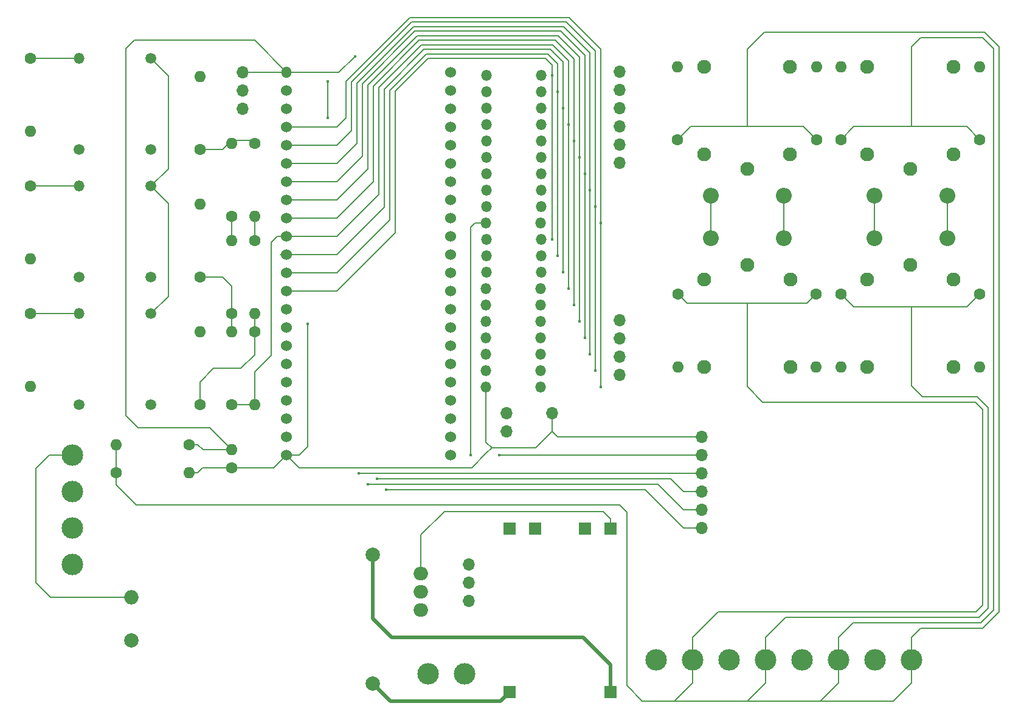
<source format=gbr>
%TF.GenerationSoftware,KiCad,Pcbnew,7.0.10*%
%TF.CreationDate,2024-04-01T07:53:45-03:00*%
%TF.ProjectId,board,626f6172-642e-46b6-9963-61645f706362,4.6*%
%TF.SameCoordinates,Original*%
%TF.FileFunction,Copper,L2,Bot*%
%TF.FilePolarity,Positive*%
%FSLAX46Y46*%
G04 Gerber Fmt 4.6, Leading zero omitted, Abs format (unit mm)*
G04 Created by KiCad (PCBNEW 7.0.10) date 2024-04-01 07:53:45*
%MOMM*%
%LPD*%
G01*
G04 APERTURE LIST*
%TA.AperFunction,ComponentPad*%
%ADD10C,1.600000*%
%TD*%
%TA.AperFunction,ComponentPad*%
%ADD11O,1.600000X1.600000*%
%TD*%
%TA.AperFunction,ComponentPad*%
%ADD12O,3.000000X3.000000*%
%TD*%
%TA.AperFunction,ComponentPad*%
%ADD13C,3.000000*%
%TD*%
%TA.AperFunction,ComponentPad*%
%ADD14C,1.950000*%
%TD*%
%TA.AperFunction,ComponentPad*%
%ADD15O,1.700000X1.700000*%
%TD*%
%TA.AperFunction,ComponentPad*%
%ADD16O,1.500000X1.500000*%
%TD*%
%TA.AperFunction,ComponentPad*%
%ADD17O,1.508000X1.508000*%
%TD*%
%TA.AperFunction,ComponentPad*%
%ADD18C,1.508000*%
%TD*%
%TA.AperFunction,ComponentPad*%
%ADD19R,1.676400X1.676400*%
%TD*%
%TA.AperFunction,ComponentPad*%
%ADD20O,2.000000X2.000000*%
%TD*%
%TA.AperFunction,ComponentPad*%
%ADD21C,2.000000*%
%TD*%
%TA.AperFunction,ComponentPad*%
%ADD22O,2.200000X2.200000*%
%TD*%
%TA.AperFunction,ComponentPad*%
%ADD23O,1.530000X1.530000*%
%TD*%
%TA.AperFunction,ComponentPad*%
%ADD24C,1.530000*%
%TD*%
%TA.AperFunction,ComponentPad*%
%ADD25O,2.000000X1.905000*%
%TD*%
%TA.AperFunction,ViaPad*%
%ADD26C,0.400000*%
%TD*%
%TA.AperFunction,Conductor*%
%ADD27C,0.200000*%
%TD*%
%TA.AperFunction,Conductor*%
%ADD28C,0.500000*%
%TD*%
G04 APERTURE END LIST*
D10*
%TO.P,R21,1*%
%TO.N,TC A-1*%
X191624700Y-79019400D03*
D11*
%TO.P,R21,2*%
%TO.N,Net-(K3-PadNO)*%
X191624700Y-89179400D03*
%TD*%
D12*
%TO.P,J6,1,Pin_1*%
%TO.N,C Cwave*%
X176022000Y-130048000D03*
D13*
%TO.P,J6,2,Pin_2*%
%TO.N,TC A-1*%
X181102000Y-130048000D03*
%TD*%
D14*
%TO.P,K2,COIL1*%
%TO.N,Select C Level*%
X195307700Y-59571000D03*
%TO.P,K2,COIL2*%
%TO.N,GND*%
X207307700Y-59571000D03*
%TO.P,K2,COM*%
%TO.N,B Cwave*%
X201307700Y-61571000D03*
%TO.P,K2,NC*%
%TO.N,Net-(K2-PadNC)*%
X195307700Y-47371000D03*
%TO.P,K2,NO*%
%TO.N,Net-(K2-PadNO)*%
X207307700Y-47371000D03*
%TD*%
D10*
%TO.P,R15,1*%
%TO.N,TC A-1*%
X168879000Y-57531000D03*
D11*
%TO.P,R15,2*%
%TO.N,Net-(K1-PadNC)*%
X168879000Y-47371000D03*
%TD*%
D14*
%TO.P,K4,COIL1*%
%TO.N,GND*%
X184601600Y-76979400D03*
%TO.P,K4,COIL2*%
%TO.N,Select C Level*%
X172601600Y-76979400D03*
%TO.P,K4,COM*%
%TO.N,N Cwave*%
X178601600Y-74979400D03*
%TO.P,K4,NC*%
%TO.N,Net-(K4-PadNC)*%
X184601600Y-89179400D03*
%TO.P,K4,NO*%
%TO.N,Net-(K4-PadNO)*%
X172601600Y-89179400D03*
%TD*%
D15*
%TO.P,P1,1,Pin_1*%
%TO.N,GND*%
X151384000Y-95631000D03*
%TD*%
D10*
%TO.P,R10,1*%
%TO.N,B Vwave*%
X106807000Y-81788000D03*
D11*
%TO.P,R10,2*%
%TO.N,AB Vwave*%
X106807000Y-71628000D03*
%TD*%
D10*
%TO.P,R22,1*%
%TO.N,TC A-1*%
X168929800Y-79019400D03*
D11*
%TO.P,R22,2*%
%TO.N,Net-(K4-PadNO)*%
X168929800Y-89179400D03*
%TD*%
D10*
%TO.P,R5,1*%
%TO.N,Net-(R5-Pad1)*%
X78740000Y-81788000D03*
D11*
%TO.P,R5,2*%
%TO.N,Line C*%
X78740000Y-91948000D03*
%TD*%
D16*
%TO.P,DZ5,1,K*%
%TO.N,Vcc*%
X142245000Y-53162200D03*
%TO.P,DZ5,2,A*%
%TO.N,A Vwave*%
X149865000Y-53162200D03*
%TD*%
D15*
%TO.P,P2,1,Pin_1*%
%TO.N,UART TX*%
X145034000Y-95631000D03*
%TO.P,P2,2,Pin_2*%
%TO.N,UART RX*%
X145034000Y-98171000D03*
%TD*%
D17*
%TO.P,T1,1*%
%TO.N,Net-(R3-Pad1)*%
X85551000Y-46228000D03*
D18*
%TO.P,T1,2*%
%TO.N,Neutral*%
X85551000Y-58928000D03*
%TO.P,T1,3*%
%TO.N,A Vwave*%
X95551000Y-58928000D03*
%TO.P,T1,4*%
%TO.N,TC A-1*%
X95551000Y-46228000D03*
%TD*%
D10*
%TO.P,R8,1*%
%TO.N,C Vwave*%
X102362000Y-94488000D03*
D11*
%TO.P,R8,2*%
%TO.N,TC A-1*%
X102362000Y-84328000D03*
%TD*%
D19*
%TO.P,U1,B+,B+*%
%TO.N,Battery +*%
X149027000Y-111743000D03*
%TO.P,U1,B-,B-*%
%TO.N,Battery -*%
X156027000Y-111743000D03*
%TO.P,U1,IN+,IN+*%
%TO.N,Net-(PS1-+Vout)*%
X145527000Y-134493000D03*
%TO.P,U1,IN-,IN-*%
%TO.N,Net-(PS1--Vout)*%
X159527000Y-134493000D03*
%TO.P,U1,OUT+,OUT+*%
%TO.N,Vin*%
X145527000Y-111743000D03*
%TO.P,U1,OUT-,OUT-*%
%TO.N,GND*%
X159527000Y-111743000D03*
%TD*%
D15*
%TO.P,P3,1,Pin_1*%
%TO.N,A Cwave*%
X160782000Y-82677000D03*
%TO.P,P3,2,Pin_2*%
%TO.N,B Cwave*%
X160782000Y-85217000D03*
%TO.P,P3,3,Pin_3*%
%TO.N,C Cwave*%
X160782000Y-87757000D03*
%TO.P,P3,4,Pin_4*%
%TO.N,N Cwave*%
X160782000Y-90297000D03*
%TD*%
D10*
%TO.P,R20,1*%
%TO.N,TC A-1*%
X210979500Y-57531000D03*
D11*
%TO.P,R20,2*%
%TO.N,Net-(K2-PadNO)*%
X210979500Y-47371000D03*
%TD*%
D16*
%TO.P,DZ13,1,K*%
%TO.N,Vcc*%
X142250000Y-62306200D03*
%TO.P,DZ13,2,A*%
%TO.N,A Cwave*%
X149870000Y-62306200D03*
%TD*%
%TO.P,DZ4,1,K*%
%TO.N,B Vwave*%
X149860000Y-73736200D03*
%TO.P,DZ4,2,A*%
%TO.N,GND*%
X142240000Y-73736200D03*
%TD*%
%TO.P,DZ9,1,K*%
%TO.N,Vcc*%
X142255000Y-57734200D03*
%TO.P,DZ9,2,A*%
%TO.N,AB Vwave*%
X149875000Y-57734200D03*
%TD*%
%TO.P,DZ1,1,K*%
%TO.N,Vcc*%
X142245000Y-48590200D03*
%TO.P,DZ1,2,A*%
%TO.N,C Vwave*%
X149865000Y-48590200D03*
%TD*%
D10*
%TO.P,R11,1*%
%TO.N,BC Vwave*%
X106807000Y-94488000D03*
D11*
%TO.P,R11,2*%
%TO.N,B Vwave*%
X106807000Y-84328000D03*
%TD*%
%TO.P,C1,1*%
%TO.N,Vcc*%
X106807000Y-100751000D03*
D10*
%TO.P,C1,2*%
%TO.N,GND*%
X106807000Y-103251000D03*
%TD*%
D16*
%TO.P,DZ12,1,K*%
%TO.N,CA Vwave*%
X149845000Y-82880200D03*
%TO.P,DZ12,2,A*%
%TO.N,GND*%
X142225000Y-82880200D03*
%TD*%
D10*
%TO.P,R19,1*%
%TO.N,TC A-1*%
X188233800Y-57531000D03*
D11*
%TO.P,R19,2*%
%TO.N,Net-(K1-PadNO)*%
X188233800Y-47371000D03*
%TD*%
D10*
%TO.P,R1,1*%
%TO.N,Vcc*%
X100838000Y-100028379D03*
D11*
%TO.P,R1,2*%
%TO.N,TC A-1*%
X90678000Y-100028379D03*
%TD*%
D12*
%TO.P,J3,1,Pin_1*%
%TO.N,Line A*%
X84582000Y-101473000D03*
D13*
%TO.P,J3,2,Pin_2*%
%TO.N,Line B*%
X84582000Y-106553000D03*
%TD*%
D10*
%TO.P,R2,1*%
%TO.N,TC A-1*%
X90678000Y-103925999D03*
D11*
%TO.P,R2,2*%
%TO.N,GND*%
X100838000Y-103925999D03*
%TD*%
D16*
%TO.P,DZ8,1,K*%
%TO.N,BC Vwave*%
X149850000Y-78308200D03*
%TO.P,DZ8,2,A*%
%TO.N,GND*%
X142230000Y-78308200D03*
%TD*%
D10*
%TO.P,R9,1*%
%TO.N,AB Vwave*%
X106807000Y-68199000D03*
D11*
%TO.P,R9,2*%
%TO.N,A Vwave*%
X106807000Y-58039000D03*
%TD*%
D16*
%TO.P,DZ3,1,K*%
%TO.N,Vcc*%
X142245000Y-50876200D03*
%TO.P,DZ3,2,A*%
%TO.N,B Vwave*%
X149865000Y-50876200D03*
%TD*%
D17*
%TO.P,T2,1*%
%TO.N,Net-(R4-Pad1)*%
X85551000Y-64008000D03*
D18*
%TO.P,T2,2*%
%TO.N,Neutral*%
X85551000Y-76708000D03*
%TO.P,T2,3*%
%TO.N,B Vwave*%
X95551000Y-76708000D03*
%TO.P,T2,4*%
%TO.N,TC A-1*%
X95551000Y-64008000D03*
%TD*%
D16*
%TO.P,DZ17,1,K*%
%TO.N,Vcc*%
X142240000Y-66878200D03*
%TO.P,DZ17,2,A*%
%TO.N,C Cwave*%
X149860000Y-66878200D03*
%TD*%
D15*
%TO.P,SW2,1,A*%
%TO.N,Vcc*%
X108331000Y-48133000D03*
%TO.P,SW2,2,B*%
%TO.N,System Type*%
X108331000Y-50673000D03*
%TO.P,SW2,3,C*%
%TO.N,GND*%
X108331000Y-53213000D03*
%TD*%
D20*
%TO.P,PS1,1,AC/L*%
%TO.N,Line A*%
X92837000Y-121333000D03*
D21*
%TO.P,PS1,2,AC/N*%
%TO.N,Neutral*%
X92837000Y-127333000D03*
%TO.P,PS1,3,-Vout*%
%TO.N,Net-(PS1--Vout)*%
X126437000Y-115333000D03*
%TO.P,PS1,4,+Vout*%
%TO.N,Net-(PS1-+Vout)*%
X126437000Y-133333000D03*
%TD*%
D16*
%TO.P,DZ14,1,K*%
%TO.N,A Cwave*%
X149850000Y-85166200D03*
%TO.P,DZ14,2,A*%
%TO.N,GND*%
X142230000Y-85166200D03*
%TD*%
%TO.P,DZ2,1,K*%
%TO.N,C Vwave*%
X149865000Y-71450200D03*
%TO.P,DZ2,2,A*%
%TO.N,GND*%
X142245000Y-71450200D03*
%TD*%
%TO.P,DZ19,1,K*%
%TO.N,Vcc*%
X142230000Y-69164200D03*
%TO.P,DZ19,2,A*%
%TO.N,N Cwave*%
X149850000Y-69164200D03*
%TD*%
D12*
%TO.P,J4,1,Pin_1*%
%TO.N,A Cwave*%
X196342000Y-130048000D03*
D13*
%TO.P,J4,2,Pin_2*%
%TO.N,TC A-1*%
X201422000Y-130048000D03*
%TD*%
D22*
%TO.P,D4,1,K*%
%TO.N,Select C Level*%
X173552000Y-71247000D03*
%TO.P,D4,2,A*%
%TO.N,GND*%
X183712000Y-71247000D03*
%TD*%
D10*
%TO.P,R3,1*%
%TO.N,Net-(R3-Pad1)*%
X78740000Y-46228000D03*
D11*
%TO.P,R3,2*%
%TO.N,Line A*%
X78740000Y-56388000D03*
%TD*%
D16*
%TO.P,DZ11,1,K*%
%TO.N,Vcc*%
X142245000Y-60020200D03*
%TO.P,DZ11,2,A*%
%TO.N,CA Vwave*%
X149865000Y-60020200D03*
%TD*%
%TO.P,DZ7,1,K*%
%TO.N,Vcc*%
X142245000Y-55448200D03*
%TO.P,DZ7,2,A*%
%TO.N,BC Vwave*%
X149865000Y-55448200D03*
%TD*%
D22*
%TO.P,D2,1,K*%
%TO.N,Select C Level*%
X196298300Y-65303400D03*
%TO.P,D2,2,A*%
%TO.N,GND*%
X206458300Y-65303400D03*
%TD*%
D12*
%TO.P,J7,1,Pin_1*%
%TO.N,N Cwave*%
X165862000Y-130048000D03*
D13*
%TO.P,J7,2,Pin_2*%
%TO.N,TC A-1*%
X170942000Y-130048000D03*
%TD*%
D22*
%TO.P,D3,1,K*%
%TO.N,Select C Level*%
X196302000Y-71247000D03*
%TO.P,D3,2,A*%
%TO.N,GND*%
X206462000Y-71247000D03*
%TD*%
D10*
%TO.P,R7,1*%
%TO.N,B Vwave*%
X102362000Y-76708000D03*
D11*
%TO.P,R7,2*%
%TO.N,TC A-1*%
X102362000Y-66548000D03*
%TD*%
D14*
%TO.P,K1,COIL1*%
%TO.N,Select C Level*%
X172562000Y-59571000D03*
%TO.P,K1,COIL2*%
%TO.N,GND*%
X184562000Y-59571000D03*
%TO.P,K1,COM*%
%TO.N,A Cwave*%
X178562000Y-61571000D03*
%TO.P,K1,NC*%
%TO.N,Net-(K1-PadNC)*%
X172562000Y-47371000D03*
%TO.P,K1,NO*%
%TO.N,Net-(K1-PadNO)*%
X184562000Y-47371000D03*
%TD*%
D10*
%TO.P,R12,1*%
%TO.N,C Vwave*%
X109982000Y-84328000D03*
D11*
%TO.P,R12,2*%
%TO.N,BC Vwave*%
X109982000Y-94488000D03*
%TD*%
D16*
%TO.P,DZ16,1,K*%
%TO.N,B Cwave*%
X149850000Y-87452200D03*
%TO.P,DZ16,2,A*%
%TO.N,GND*%
X142230000Y-87452200D03*
%TD*%
%TO.P,DZ18,1,K*%
%TO.N,C Cwave*%
X149850000Y-89738200D03*
%TO.P,DZ18,2,A*%
%TO.N,GND*%
X142230000Y-89738200D03*
%TD*%
D10*
%TO.P,R17,1*%
%TO.N,TC A-1*%
X210979500Y-79019400D03*
D11*
%TO.P,R17,2*%
%TO.N,Net-(K3-PadNC)*%
X210979500Y-89179400D03*
%TD*%
D10*
%TO.P,R13,1*%
%TO.N,CA Vwave*%
X109982000Y-71628000D03*
D11*
%TO.P,R13,2*%
%TO.N,C Vwave*%
X109982000Y-81788000D03*
%TD*%
D10*
%TO.P,R4,1*%
%TO.N,Net-(R4-Pad1)*%
X78740000Y-64008000D03*
D11*
%TO.P,R4,2*%
%TO.N,Line B*%
X78740000Y-74168000D03*
%TD*%
D10*
%TO.P,R14,1*%
%TO.N,A Vwave*%
X109982000Y-58039000D03*
D11*
%TO.P,R14,2*%
%TO.N,CA Vwave*%
X109982000Y-68199000D03*
%TD*%
D12*
%TO.P,J2,1,Pin_1*%
%TO.N,Line C*%
X84582000Y-111633000D03*
D13*
%TO.P,J2,2,Pin_2*%
%TO.N,Neutral*%
X84582000Y-116713000D03*
%TD*%
D15*
%TO.P,P4,1,Pin_1*%
%TO.N,C Vwave*%
X160782000Y-48083000D03*
%TO.P,P4,2,Pin_2*%
%TO.N,B Vwave*%
X160782000Y-50623000D03*
%TO.P,P4,3,Pin_3*%
%TO.N,A Vwave*%
X160782000Y-53163000D03*
%TO.P,P4,4,Pin_4*%
%TO.N,BC Vwave*%
X160782000Y-55703000D03*
%TO.P,P4,5,Pin_5*%
%TO.N,AB Vwave*%
X160782000Y-58243000D03*
%TO.P,P4,6,Pin_6*%
%TO.N,CA Vwave*%
X160782000Y-60783000D03*
%TD*%
D16*
%TO.P,DZ6,1,K*%
%TO.N,A Vwave*%
X149860000Y-76022200D03*
%TO.P,DZ6,2,A*%
%TO.N,GND*%
X142240000Y-76022200D03*
%TD*%
%TO.P,DZ10,1,K*%
%TO.N,AB Vwave*%
X149850000Y-80594200D03*
%TO.P,DZ10,2,A*%
%TO.N,GND*%
X142230000Y-80594200D03*
%TD*%
%TO.P,DZ20,1,K*%
%TO.N,N Cwave*%
X149850000Y-92024200D03*
%TO.P,DZ20,2,A*%
%TO.N,GND*%
X142230000Y-92024200D03*
%TD*%
D23*
%TO.P,MCU1,J1_1,3V3*%
%TO.N,Vcc*%
X114427000Y-48133000D03*
D24*
%TO.P,MCU1,J1_2,3V3__1*%
%TO.N,unconnected-(MCU1-3V3__1-PadJ1_2)*%
X114427000Y-50673000D03*
%TO.P,MCU1,J1_3,RST*%
%TO.N,unconnected-(MCU1-RST-PadJ1_3)*%
X114427000Y-53213000D03*
%TO.P,MCU1,J1_4,GPIO4*%
%TO.N,N Cwave*%
X114427000Y-55753000D03*
%TO.P,MCU1,J1_5,GPIO5*%
%TO.N,C Cwave*%
X114427000Y-58293000D03*
%TO.P,MCU1,J1_6,GPIO6*%
%TO.N,B Cwave*%
X114427000Y-60833000D03*
%TO.P,MCU1,J1_7,GPIO7*%
%TO.N,A Cwave*%
X114427000Y-63373000D03*
%TO.P,MCU1,J1_8,GPIO15*%
%TO.N,CA Vwave*%
X114427000Y-65913000D03*
%TO.P,MCU1,J1_9,GPIO16*%
%TO.N,AB Vwave*%
X114427000Y-68453000D03*
%TO.P,MCU1,J1_10,GPIO17*%
%TO.N,BC Vwave*%
X114427000Y-70993000D03*
%TO.P,MCU1,J1_11,GPIO18*%
%TO.N,A Vwave*%
X114427000Y-73533000D03*
%TO.P,MCU1,J1_12,GPIO8*%
%TO.N,B Vwave*%
X114427000Y-76073000D03*
%TO.P,MCU1,J1_13,GPIO3*%
%TO.N,C Vwave*%
X114427000Y-78613000D03*
%TO.P,MCU1,J1_14,GPIO46*%
%TO.N,unconnected-(MCU1-GPIO46-PadJ1_14)*%
X114427000Y-81153000D03*
%TO.P,MCU1,J1_15,GPIO9*%
%TO.N,unconnected-(MCU1-GPIO9-PadJ1_15)*%
X114427000Y-83693000D03*
%TO.P,MCU1,J1_16,GPIO10*%
%TO.N,CS*%
X114427000Y-86233000D03*
%TO.P,MCU1,J1_17,GPIO11*%
%TO.N,MOSI*%
X114427000Y-88773000D03*
%TO.P,MCU1,J1_18,GPIO12*%
%TO.N,SCK*%
X114427000Y-91313000D03*
%TO.P,MCU1,J1_19,GPIO13*%
%TO.N,MISO*%
X114427000Y-93853000D03*
%TO.P,MCU1,J1_20,GPIO14*%
%TO.N,unconnected-(MCU1-GPIO14-PadJ1_20)*%
X114427000Y-96393000D03*
%TO.P,MCU1,J1_21,5V0*%
%TO.N,unconnected-(MCU1-5V0-PadJ1_21)*%
X114427000Y-98933000D03*
%TO.P,MCU1,J1_22,GND*%
%TO.N,GND*%
X114427000Y-101473000D03*
%TO.P,MCU1,J3_1,GND__1*%
%TO.N,unconnected-(MCU1-GND__1-PadJ3_1)*%
X137287000Y-48133000D03*
%TO.P,MCU1,J3_2,U0TXD/GPIO43*%
%TO.N,UART TX*%
X137287000Y-50673000D03*
%TO.P,MCU1,J3_3,U0RXD/GPIO44*%
%TO.N,UART RX*%
X137287000Y-53213000D03*
%TO.P,MCU1,J3_4,GPIO1*%
%TO.N,System Type*%
X137287000Y-55753000D03*
%TO.P,MCU1,J3_5,GPIO2*%
%TO.N,Select C Level*%
X137287000Y-58293000D03*
%TO.P,MCU1,J3_6,MTMS/GPIO42*%
%TO.N,unconnected-(MCU1-MTMS{slash}GPIO42-PadJ3_6)*%
X137287000Y-60833000D03*
%TO.P,MCU1,J3_7,MTDI/GPIO41*%
%TO.N,unconnected-(MCU1-MTDI{slash}GPIO41-PadJ3_7)*%
X137287000Y-63373000D03*
%TO.P,MCU1,J3_8,MTDO/GPIO40*%
%TO.N,unconnected-(MCU1-MTDO{slash}GPIO40-PadJ3_8)*%
X137287000Y-65913000D03*
%TO.P,MCU1,J3_9,MTCK/GPIO39*%
%TO.N,unconnected-(MCU1-MTCK{slash}GPIO39-PadJ3_9)*%
X137287000Y-68453000D03*
%TO.P,MCU1,J3_10,GPIO38*%
%TO.N,unconnected-(MCU1-GPIO38-PadJ3_10)*%
X137287000Y-70993000D03*
%TO.P,MCU1,J3_11,GPIO37*%
%TO.N,unconnected-(MCU1-GPIO37-PadJ3_11)*%
X137287000Y-73533000D03*
%TO.P,MCU1,J3_12,GPIO36*%
%TO.N,unconnected-(MCU1-GPIO36-PadJ3_12)*%
X137287000Y-76073000D03*
%TO.P,MCU1,J3_13,GPIO35*%
%TO.N,unconnected-(MCU1-GPIO35-PadJ3_13)*%
X137287000Y-78613000D03*
%TO.P,MCU1,J3_14,GPIO0*%
%TO.N,unconnected-(MCU1-GPIO0-PadJ3_14)*%
X137287000Y-81153000D03*
%TO.P,MCU1,J3_15,GPIO45*%
%TO.N,unconnected-(MCU1-GPIO45-PadJ3_15)*%
X137287000Y-83693000D03*
%TO.P,MCU1,J3_16,GPIO48*%
%TO.N,unconnected-(MCU1-GPIO48-PadJ3_16)*%
X137287000Y-86233000D03*
%TO.P,MCU1,J3_17,GPIO47*%
%TO.N,unconnected-(MCU1-GPIO47-PadJ3_17)*%
X137287000Y-88773000D03*
%TO.P,MCU1,J3_18,GPIO21*%
%TO.N,unconnected-(MCU1-GPIO21-PadJ3_18)*%
X137287000Y-91313000D03*
%TO.P,MCU1,J3_19,USB_D+/GPIO20*%
%TO.N,unconnected-(MCU1-USB_D+{slash}GPIO20-PadJ3_19)*%
X137287000Y-93853000D03*
%TO.P,MCU1,J3_20,USB_D-/GPIO19*%
%TO.N,unconnected-(MCU1-USB_D-{slash}GPIO19-PadJ3_20)*%
X137287000Y-96393000D03*
%TO.P,MCU1,J3_21,GND__2*%
%TO.N,unconnected-(MCU1-GND__2-PadJ3_21)*%
X137287000Y-98933000D03*
%TO.P,MCU1,J3_22,GND__3*%
%TO.N,unconnected-(MCU1-GND__3-PadJ3_22)*%
X137287000Y-101473000D03*
%TD*%
D10*
%TO.P,R18,1*%
%TO.N,TC A-1*%
X188183000Y-79019400D03*
D11*
%TO.P,R18,2*%
%TO.N,Net-(K4-PadNC)*%
X188183000Y-89179400D03*
%TD*%
D12*
%TO.P,J5,1,Pin_1*%
%TO.N,B Cwave*%
X186182000Y-130048000D03*
D13*
%TO.P,J5,2,Pin_2*%
%TO.N,TC A-1*%
X191262000Y-130048000D03*
%TD*%
D17*
%TO.P,T3,1*%
%TO.N,Net-(R5-Pad1)*%
X85551000Y-81788000D03*
D18*
%TO.P,T3,2*%
%TO.N,Neutral*%
X85551000Y-94488000D03*
%TO.P,T3,3*%
%TO.N,C Vwave*%
X95551000Y-94488000D03*
%TO.P,T3,4*%
%TO.N,TC A-1*%
X95551000Y-81788000D03*
%TD*%
D22*
%TO.P,D1,1,K*%
%TO.N,Select C Level*%
X173552600Y-65303400D03*
%TO.P,D1,2,A*%
%TO.N,GND*%
X183712600Y-65303400D03*
%TD*%
D12*
%TO.P,J1,1,Pin_1*%
%TO.N,Battery +*%
X134112000Y-131953000D03*
D13*
%TO.P,J1,2,Pin_2*%
%TO.N,Battery -*%
X139192000Y-131953000D03*
%TD*%
D15*
%TO.P,SW1,1,A*%
%TO.N,unconnected-(SW1A-A-Pad1)*%
X139827000Y-116713000D03*
%TO.P,SW1,2,B*%
%TO.N,Vin*%
X139827000Y-119253000D03*
%TO.P,SW1,3,C*%
%TO.N,Net-(SW1A-C)*%
X139827000Y-121793000D03*
%TD*%
D25*
%TO.P,U2,1,GND*%
%TO.N,GND*%
X133167000Y-117983000D03*
%TO.P,U2,2,VO*%
%TO.N,Vcc*%
X133167000Y-120523000D03*
%TO.P,U2,3,VI*%
%TO.N,Net-(SW1A-C)*%
X133167000Y-123063000D03*
%TD*%
D16*
%TO.P,DZ15,1,K*%
%TO.N,Vcc*%
X142240000Y-64592200D03*
%TO.P,DZ15,2,A*%
%TO.N,B Cwave*%
X149860000Y-64592200D03*
%TD*%
D10*
%TO.P,R16,1*%
%TO.N,TC A-1*%
X191624700Y-57531000D03*
D11*
%TO.P,R16,2*%
%TO.N,Net-(K2-PadNC)*%
X191624700Y-47371000D03*
%TD*%
D14*
%TO.P,K3,COIL1*%
%TO.N,GND*%
X207307700Y-76979400D03*
%TO.P,K3,COIL2*%
%TO.N,Select C Level*%
X195307700Y-76979400D03*
%TO.P,K3,COM*%
%TO.N,C Cwave*%
X201307700Y-74979400D03*
%TO.P,K3,NC*%
%TO.N,Net-(K3-PadNC)*%
X207307700Y-89179400D03*
%TO.P,K3,NO*%
%TO.N,Net-(K3-PadNO)*%
X195307700Y-89179400D03*
%TD*%
D10*
%TO.P,R6,1*%
%TO.N,A Vwave*%
X102362000Y-58928000D03*
D11*
%TO.P,R6,2*%
%TO.N,TC A-1*%
X102362000Y-48768000D03*
%TD*%
D15*
%TO.P,P5,1,Pin_1*%
%TO.N,GND*%
X172212000Y-98933000D03*
%TO.P,P5,2,Pin_2*%
%TO.N,Vcc*%
X172212000Y-101473000D03*
%TO.P,P5,3,Pin_3*%
%TO.N,MISO*%
X172212000Y-104013000D03*
%TO.P,P5,4,Pin_4*%
%TO.N,MOSI*%
X172212000Y-106553000D03*
%TO.P,P5,5,Pin_5*%
%TO.N,SCK*%
X172212000Y-109093000D03*
%TO.P,P5,6,Pin_6*%
%TO.N,CS*%
X172212000Y-111633000D03*
%TD*%
D26*
%TO.N,A Vwave*%
X152913000Y-53162200D03*
X152913000Y-76022200D03*
%TO.N,B Vwave*%
X152151000Y-73736200D03*
X152151000Y-50876200D03*
%TO.N,C Vwave*%
X151389000Y-48590200D03*
X151389000Y-71450200D03*
%TO.N,AB Vwave*%
X154442000Y-80594200D03*
X154442000Y-57734200D03*
%TO.N,CA Vwave*%
X155199000Y-82880200D03*
X155199000Y-60020200D03*
%TO.N,BC Vwave*%
X153675000Y-55448200D03*
X153675000Y-78308200D03*
%TO.N,Vcc*%
X140081000Y-101473000D03*
X123952000Y-45923200D03*
X144018000Y-101473000D03*
%TO.N,GND*%
X117348000Y-83185000D03*
%TO.N,A Cwave*%
X155961000Y-62306200D03*
X155961000Y-85166200D03*
%TO.N,B Cwave*%
X156713000Y-87452200D03*
X156713000Y-64592200D03*
%TO.N,C Cwave*%
X157475000Y-89738200D03*
X157475000Y-66878200D03*
%TO.N,N Cwave*%
X158232000Y-92024200D03*
X158232000Y-69164200D03*
%TO.N,Select C Level*%
X120142000Y-54483000D03*
X120142000Y-49403000D03*
%TO.N,CS*%
X128270000Y-106299000D03*
%TO.N,MOSI*%
X127000000Y-104775000D03*
%TO.N,SCK*%
X125730000Y-105537000D03*
%TO.N,MISO*%
X124460000Y-104013000D03*
%TD*%
D27*
%TO.N,A Vwave*%
X152913000Y-53162200D02*
X152913000Y-46723300D01*
X128016000Y-66929000D02*
X121412000Y-73533000D01*
X109982000Y-57658000D02*
X106807000Y-57658000D01*
X151147700Y-44958000D02*
X133546315Y-44958000D01*
X152913000Y-76022200D02*
X152913000Y-53162200D01*
X105537000Y-58928000D02*
X106807000Y-57658000D01*
X128016000Y-50488315D02*
X128016000Y-66929000D01*
X121412000Y-73533000D02*
X113538000Y-73533000D01*
X133546315Y-44958000D02*
X128016000Y-50488315D01*
X102362000Y-58928000D02*
X105537000Y-58928000D01*
X152913000Y-46723300D02*
X151147700Y-44958000D01*
%TO.N,B Vwave*%
X121412000Y-76073000D02*
X114427000Y-76073000D01*
X102362000Y-76708000D02*
X105537000Y-76708000D01*
X128778000Y-68707000D02*
X121412000Y-76073000D01*
X128778000Y-50673000D02*
X128778000Y-68707000D01*
X106807000Y-77978000D02*
X106807000Y-81788000D01*
X105537000Y-76708000D02*
X106807000Y-77978000D01*
X152151000Y-46939200D02*
X150804800Y-45593000D01*
X152151000Y-73736200D02*
X152151000Y-50876200D01*
X150804800Y-45593000D02*
X133858000Y-45593000D01*
X133858000Y-45593000D02*
X128778000Y-50673000D01*
X106807000Y-81788000D02*
X106807000Y-84328000D01*
X152151000Y-50876200D02*
X152151000Y-46939200D01*
%TO.N,C Vwave*%
X151389000Y-48590200D02*
X151389000Y-47142400D01*
X151389000Y-71450200D02*
X151389000Y-48590200D01*
X102362000Y-94488000D02*
X102362000Y-91313000D01*
X109982000Y-87503000D02*
X109982000Y-84328000D01*
X108077000Y-89408000D02*
X109982000Y-87503000D01*
X134112000Y-46228000D02*
X129540000Y-50800000D01*
X150474600Y-46228000D02*
X134112000Y-46228000D01*
X121412000Y-78613000D02*
X114427000Y-78613000D01*
X129540000Y-70485000D02*
X121412000Y-78613000D01*
X151389000Y-47142400D02*
X150474600Y-46228000D01*
X104267000Y-89408000D02*
X108077000Y-89408000D01*
X109982000Y-84328000D02*
X109982000Y-81788000D01*
X129540000Y-50800000D02*
X129540000Y-70485000D01*
X102362000Y-91313000D02*
X104267000Y-89408000D01*
%TO.N,AB Vwave*%
X154442000Y-80594200D02*
X154442000Y-57734200D01*
X154442000Y-57734200D02*
X154442000Y-46258400D01*
X106807000Y-67818000D02*
X106807000Y-70993000D01*
X151871600Y-43688000D02*
X132911314Y-43688000D01*
X132911314Y-43688000D02*
X126492000Y-50107314D01*
X121412000Y-68453000D02*
X114427000Y-68453000D01*
X126492000Y-50107314D02*
X126492000Y-63373000D01*
X126492000Y-63373000D02*
X121412000Y-68453000D01*
X154442000Y-46258400D02*
X151871600Y-43688000D01*
%TO.N,CA Vwave*%
X109982000Y-67818000D02*
X109982000Y-71628000D01*
X125730000Y-49911000D02*
X132588000Y-43053000D01*
X155199000Y-45999400D02*
X155199000Y-60020200D01*
X132588000Y-43053000D02*
X152252600Y-43053000D01*
X114427000Y-65913000D02*
X121412000Y-65913000D01*
X155199000Y-60020200D02*
X155199000Y-82880200D01*
X125730000Y-61595000D02*
X125730000Y-49911000D01*
X121412000Y-65913000D02*
X125730000Y-61595000D01*
X152252600Y-43053000D02*
X155199000Y-45999400D01*
%TO.N,BC Vwave*%
X112268000Y-71882000D02*
X113157000Y-70993000D01*
X153675000Y-46504225D02*
X153675000Y-55448200D01*
X112268000Y-87630000D02*
X112268000Y-71882000D01*
X114427000Y-70993000D02*
X121412000Y-70993000D01*
X109982000Y-94488000D02*
X106807000Y-94488000D01*
X109982000Y-89916000D02*
X112268000Y-87630000D01*
X109982000Y-94488000D02*
X109982000Y-89916000D01*
X127254000Y-65151000D02*
X127254000Y-50292000D01*
X133223000Y-44323000D02*
X151493775Y-44323000D01*
X121412000Y-70993000D02*
X127254000Y-65151000D01*
X113157000Y-70993000D02*
X114427000Y-70993000D01*
X151493775Y-44323000D02*
X153675000Y-46504225D01*
X127254000Y-50292000D02*
X133223000Y-44323000D01*
X153675000Y-55448200D02*
X153675000Y-78308200D01*
%TO.N,Line A*%
X81582000Y-121333000D02*
X79502000Y-119253000D01*
X92837000Y-121333000D02*
X81582000Y-121333000D01*
X79502000Y-103378000D02*
X81407000Y-101473000D01*
X81407000Y-101473000D02*
X84582000Y-101473000D01*
X79502000Y-119253000D02*
X79502000Y-103378000D01*
%TO.N,Net-(R3-Pad1)*%
X78740000Y-46228000D02*
X85551000Y-46228000D01*
%TO.N,Net-(R4-Pad1)*%
X78740000Y-64008000D02*
X85551000Y-64008000D01*
%TO.N,Net-(R5-Pad1)*%
X78740000Y-81788000D02*
X85551000Y-81788000D01*
%TO.N,Vcc*%
X102783000Y-100751000D02*
X106807000Y-100751000D01*
X103719000Y-97663000D02*
X106807000Y-100751000D01*
X114427000Y-48133000D02*
X108331000Y-48133000D01*
X102060379Y-100028379D02*
X102783000Y-100751000D01*
X114427000Y-48133000D02*
X121742200Y-48133000D01*
X140081000Y-69723000D02*
X140081000Y-101473000D01*
X172212000Y-101473000D02*
X144018000Y-101473000D01*
X92075000Y-44831000D02*
X92075000Y-96012000D01*
X100838000Y-100028379D02*
X102060379Y-100028379D01*
X109982000Y-43688000D02*
X108458000Y-43688000D01*
X93218000Y-43688000D02*
X92075000Y-44831000D01*
X142230000Y-69164200D02*
X140639800Y-69164200D01*
X114427000Y-48133000D02*
X109982000Y-43688000D01*
X93726000Y-97663000D02*
X103719000Y-97663000D01*
X92075000Y-96012000D02*
X93726000Y-97663000D01*
X140639800Y-69164200D02*
X140081000Y-69723000D01*
X121742200Y-48133000D02*
X123952000Y-45923200D01*
X108458000Y-43688000D02*
X93218000Y-43688000D01*
%TO.N,GND*%
X151384000Y-98171000D02*
X151384000Y-95631000D01*
X117348000Y-83185000D02*
X117348000Y-100330000D01*
X159527000Y-111743000D02*
X159527000Y-110378000D01*
X152146000Y-98933000D02*
X151384000Y-98171000D01*
X206458300Y-71243300D02*
X206462000Y-71247000D01*
X143002000Y-100457000D02*
X149098000Y-100457000D01*
X100838000Y-103925999D02*
X102068001Y-103925999D01*
X183712600Y-65303400D02*
X183712600Y-71246400D01*
X133167000Y-112578000D02*
X133167000Y-117983000D01*
X158496000Y-109347000D02*
X136398000Y-109347000D01*
X106807000Y-103251000D02*
X112649000Y-103251000D01*
X112649000Y-103251000D02*
X114427000Y-101473000D01*
X102068001Y-103925999D02*
X102743000Y-103251000D01*
X149098000Y-100457000D02*
X151384000Y-98171000D01*
X206458300Y-65303400D02*
X206458300Y-71243300D01*
X136398000Y-109347000D02*
X133167000Y-112578000D01*
X142230000Y-92024200D02*
X142230000Y-99685000D01*
X142230000Y-99685000D02*
X143002000Y-100457000D01*
X102743000Y-103251000D02*
X106807000Y-103251000D01*
X116205000Y-103251000D02*
X114427000Y-101473000D01*
X140208000Y-103251000D02*
X116205000Y-103251000D01*
X172212000Y-98933000D02*
X152146000Y-98933000D01*
X183712600Y-71246400D02*
X183712000Y-71247000D01*
X159527000Y-110378000D02*
X158496000Y-109347000D01*
X142230000Y-101229000D02*
X140208000Y-103251000D01*
X116205000Y-101473000D02*
X114427000Y-101473000D01*
X142230000Y-101229000D02*
X143002000Y-100457000D01*
X117348000Y-100330000D02*
X116205000Y-101473000D01*
%TO.N,A Cwave*%
X155961000Y-45745400D02*
X152633600Y-42418000D01*
X121412000Y-63373000D02*
X114427000Y-63373000D01*
X155961000Y-85166200D02*
X155961000Y-62306200D01*
X124968000Y-49755157D02*
X124968000Y-59817000D01*
X155961000Y-62306200D02*
X155961000Y-45745400D01*
X124968000Y-59817000D02*
X121412000Y-63373000D01*
X152633600Y-42418000D02*
X132305157Y-42418000D01*
X132305157Y-42418000D02*
X124968000Y-49755157D01*
%TO.N,B Cwave*%
X121412000Y-60833000D02*
X114427000Y-60833000D01*
X153027300Y-41783000D02*
X132080000Y-41783000D01*
X132080000Y-41783000D02*
X124206000Y-49657000D01*
X124206000Y-58039000D02*
X121412000Y-60833000D01*
X156713000Y-64592200D02*
X156713000Y-45468700D01*
X156713000Y-64592200D02*
X156713000Y-87452200D01*
X124206000Y-49657000D02*
X124206000Y-58039000D01*
X156713000Y-45468700D02*
X153027300Y-41783000D01*
%TO.N,C Cwave*%
X157459600Y-45212000D02*
X153395600Y-41148000D01*
X157475000Y-66878200D02*
X157459600Y-66862800D01*
X157459600Y-66862800D02*
X157459600Y-45212000D01*
X123444000Y-49530000D02*
X123444000Y-56261000D01*
X153395600Y-41148000D02*
X131826000Y-41148000D01*
X121412000Y-58293000D02*
X114427000Y-58293000D01*
X131826000Y-41148000D02*
X123444000Y-49530000D01*
X157475000Y-89738200D02*
X157475000Y-66878200D01*
X123444000Y-56261000D02*
X121412000Y-58293000D01*
%TO.N,N Cwave*%
X158232000Y-92024200D02*
X158232000Y-69164200D01*
X122682000Y-54483000D02*
X121412000Y-55753000D01*
X131572000Y-40513000D02*
X122682000Y-49403000D01*
X122682000Y-49403000D02*
X122682000Y-54483000D01*
X153776600Y-40513000D02*
X131572000Y-40513000D01*
X158221600Y-69153800D02*
X158221600Y-44958000D01*
X121412000Y-55753000D02*
X114427000Y-55753000D01*
X158221600Y-44958000D02*
X153776600Y-40513000D01*
X158232000Y-69164200D02*
X158221600Y-69153800D01*
%TO.N,Select C Level*%
X173552000Y-71247000D02*
X173552000Y-65304000D01*
X173552000Y-65304000D02*
X173552600Y-65303400D01*
X196302000Y-65307100D02*
X196298300Y-65303400D01*
X196302000Y-71247000D02*
X196302000Y-65307100D01*
X120142000Y-54483000D02*
X120142000Y-49403000D01*
%TO.N,TC A-1*%
X188722000Y-135763000D02*
X198882000Y-135763000D01*
X170250600Y-80340200D02*
X186862200Y-80340200D01*
X213614000Y-123317000D02*
X211328000Y-125603000D01*
X201422000Y-91821000D02*
X201422000Y-80848200D01*
X95551000Y-46228000D02*
X97964000Y-48641000D01*
X211328000Y-43307000D02*
X202692000Y-43307000D01*
X168402000Y-135763000D02*
X178562000Y-135763000D01*
X90678000Y-103925999D02*
X90678000Y-105664000D01*
X210820000Y-124079000D02*
X212090000Y-122809000D01*
X191624700Y-79019400D02*
X193453500Y-80848200D01*
X181102000Y-133223000D02*
X178562000Y-135763000D01*
X188233800Y-57531000D02*
X186405000Y-55702200D01*
X161798000Y-133604000D02*
X163957000Y-135763000D01*
X170942000Y-130048000D02*
X170942000Y-133223000D01*
X202692000Y-43307000D02*
X201422000Y-44577000D01*
X202946000Y-93345000D02*
X201422000Y-91821000D01*
X210439000Y-123317000D02*
X211328000Y-122428000D01*
X211074000Y-124841000D02*
X212852000Y-123063000D01*
X90678000Y-105664000D02*
X93472000Y-108458000D01*
X178562000Y-91948000D02*
X178562000Y-80340200D01*
X97964000Y-48641000D02*
X97964000Y-61595000D01*
X168879000Y-78968600D02*
X168929800Y-79019400D01*
X191262000Y-133223000D02*
X188722000Y-135763000D01*
X210312000Y-94107000D02*
X180721000Y-94107000D01*
X181102000Y-130048000D02*
X181102000Y-126873000D01*
X209150700Y-80848200D02*
X210979500Y-79019400D01*
X198882000Y-135763000D02*
X201422000Y-133223000D01*
X180975000Y-42545000D02*
X211582000Y-42545000D01*
X93472000Y-108458000D02*
X160782000Y-108458000D01*
X201422000Y-80848200D02*
X209150700Y-80848200D01*
X193294000Y-124841000D02*
X211074000Y-124841000D01*
X212090000Y-94869000D02*
X210566000Y-93345000D01*
X163957000Y-135763000D02*
X168402000Y-135763000D01*
X186862200Y-80340200D02*
X188183000Y-79019400D01*
X178562000Y-135763000D02*
X188722000Y-135763000D01*
X210566000Y-93345000D02*
X202946000Y-93345000D01*
X201422000Y-44577000D02*
X201422000Y-55702200D01*
X168929800Y-79019400D02*
X170250600Y-80340200D01*
X209150700Y-55702200D02*
X201422000Y-55702200D01*
X201422000Y-126873000D02*
X201422000Y-130048000D01*
X212090000Y-122809000D02*
X212090000Y-94869000D01*
X170942000Y-130048000D02*
X170942000Y-126873000D01*
X191262000Y-126873000D02*
X193294000Y-124841000D01*
X201422000Y-133223000D02*
X201422000Y-130048000D01*
X213614000Y-44577000D02*
X213614000Y-123317000D01*
X210979500Y-57531000D02*
X209150700Y-55702200D01*
X211582000Y-42545000D02*
X213614000Y-44577000D01*
X178562000Y-55702200D02*
X178562000Y-44958000D01*
X193453500Y-55702200D02*
X191624700Y-57531000D01*
X212852000Y-44831000D02*
X211328000Y-43307000D01*
X178562000Y-44958000D02*
X180975000Y-42545000D01*
X97964000Y-66421000D02*
X97964000Y-79375000D01*
X201422000Y-55702200D02*
X193453500Y-55702200D01*
X95551000Y-64008000D02*
X97964000Y-66421000D01*
X191262000Y-130048000D02*
X191262000Y-126873000D01*
X174498000Y-123317000D02*
X210439000Y-123317000D01*
X170942000Y-133223000D02*
X168402000Y-135763000D01*
X97964000Y-79375000D02*
X95551000Y-81788000D01*
X183896000Y-124079000D02*
X210820000Y-124079000D01*
X193453500Y-80848200D02*
X201422000Y-80848200D01*
X186405000Y-55702200D02*
X178562000Y-55702200D01*
X181102000Y-126873000D02*
X183896000Y-124079000D01*
X178562000Y-55702200D02*
X170707800Y-55702200D01*
X90678000Y-103925999D02*
X90678000Y-100028379D01*
X161798000Y-109474000D02*
X161798000Y-133604000D01*
X211328000Y-122428000D02*
X211328000Y-95123000D01*
X170942000Y-126873000D02*
X174498000Y-123317000D01*
X202692000Y-125603000D02*
X201422000Y-126873000D01*
X211328000Y-95123000D02*
X210312000Y-94107000D01*
X160782000Y-108458000D02*
X161798000Y-109474000D01*
X212852000Y-123063000D02*
X212852000Y-44831000D01*
X181102000Y-130048000D02*
X181102000Y-133223000D01*
X97964000Y-61595000D02*
X95551000Y-64008000D01*
X170707800Y-55702200D02*
X168879000Y-57531000D01*
X211328000Y-125603000D02*
X202692000Y-125603000D01*
X191262000Y-130048000D02*
X191262000Y-133223000D01*
X180721000Y-94107000D02*
X178562000Y-91948000D01*
%TO.N,CS*%
X169672000Y-111633000D02*
X164338000Y-106299000D01*
X172212000Y-111633000D02*
X169672000Y-111633000D01*
X164338000Y-106299000D02*
X128270000Y-106299000D01*
%TO.N,MOSI*%
X169672000Y-106553000D02*
X167894000Y-104775000D01*
X172212000Y-106553000D02*
X169672000Y-106553000D01*
X167894000Y-104775000D02*
X127000000Y-104775000D01*
%TO.N,SCK*%
X166116000Y-105537000D02*
X125730000Y-105537000D01*
X172212000Y-109093000D02*
X169672000Y-109093000D01*
X169672000Y-109093000D02*
X166116000Y-105537000D01*
%TO.N,MISO*%
X172212000Y-104013000D02*
X124460000Y-104013000D01*
D28*
%TO.N,Net-(PS1--Vout)*%
X126437000Y-124278000D02*
X126437000Y-115333000D01*
X129032000Y-126873000D02*
X126437000Y-124278000D01*
X155702000Y-126873000D02*
X129032000Y-126873000D01*
X159527000Y-134493000D02*
X159527000Y-130698000D01*
X159527000Y-130698000D02*
X155702000Y-126873000D01*
%TO.N,Net-(PS1-+Vout)*%
X128867000Y-135763000D02*
X144257000Y-135763000D01*
X126437000Y-133333000D02*
X128867000Y-135763000D01*
X144257000Y-135763000D02*
X145527000Y-134493000D01*
%TD*%
M02*

</source>
